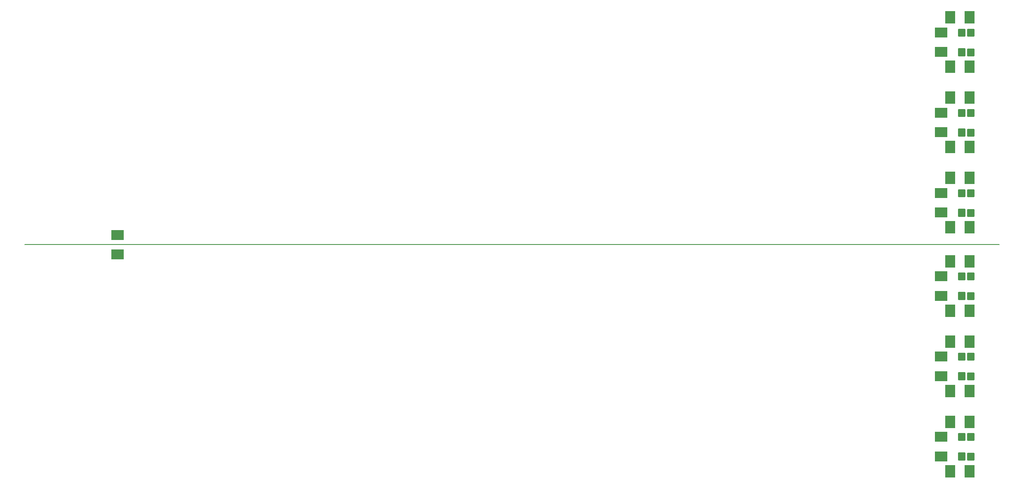
<source format=gbr>
G04 #@! TF.FileFunction,Paste,Bot*
%FSLAX46Y46*%
G04 Gerber Fmt 4.6, Leading zero omitted, Abs format (unit mm)*
G04 Created by KiCad (PCBNEW 4.0.7-e2-6376~58~ubuntu14.04.1) date Mon Sep 18 21:36:43 2017*
%MOMM*%
%LPD*%
G01*
G04 APERTURE LIST*
%ADD10C,0.100000*%
%ADD11C,0.200000*%
%ADD12C,0.381000*%
%ADD13R,1.000000X1.100000*%
%ADD14R,2.000000X2.500000*%
%ADD15R,2.500000X2.000000*%
G04 APERTURE END LIST*
D10*
D11*
X250000000Y-95000000D02*
X50000000Y-95000000D01*
D12*
G36*
X241705000Y-83760000D02*
X241705000Y-84960000D01*
X242805000Y-84960000D01*
X242805000Y-83760000D01*
X241705000Y-83760000D01*
G37*
X241705000Y-83760000D02*
X241705000Y-84960000D01*
X242805000Y-84960000D01*
X242805000Y-83760000D01*
X241705000Y-83760000D01*
G36*
X243605000Y-83760000D02*
X243605000Y-84960000D01*
X244705000Y-84960000D01*
X244705000Y-83760000D01*
X243605000Y-83760000D01*
G37*
X243605000Y-83760000D02*
X243605000Y-84960000D01*
X244705000Y-84960000D01*
X244705000Y-83760000D01*
X243605000Y-83760000D01*
G36*
X243605000Y-87810000D02*
X243605000Y-89010000D01*
X244705000Y-89010000D01*
X244705000Y-87810000D01*
X243605000Y-87810000D01*
G37*
X243605000Y-87810000D02*
X243605000Y-89010000D01*
X244705000Y-89010000D01*
X244705000Y-87810000D01*
X243605000Y-87810000D01*
G36*
X241705000Y-87760000D02*
X241705000Y-89010000D01*
X242805000Y-89010000D01*
X242805000Y-87760000D01*
X241705000Y-87760000D01*
G37*
X241705000Y-87760000D02*
X241705000Y-89010000D01*
X242805000Y-89010000D01*
X242805000Y-87760000D01*
X241705000Y-87760000D01*
G36*
X241705000Y-100905000D02*
X241705000Y-102105000D01*
X242805000Y-102105000D01*
X242805000Y-100905000D01*
X241705000Y-100905000D01*
G37*
X241705000Y-100905000D02*
X241705000Y-102105000D01*
X242805000Y-102105000D01*
X242805000Y-100905000D01*
X241705000Y-100905000D01*
G36*
X243605000Y-100905000D02*
X243605000Y-102105000D01*
X244705000Y-102105000D01*
X244705000Y-100905000D01*
X243605000Y-100905000D01*
G37*
X243605000Y-100905000D02*
X243605000Y-102105000D01*
X244705000Y-102105000D01*
X244705000Y-100905000D01*
X243605000Y-100905000D01*
G36*
X243605000Y-104955000D02*
X243605000Y-106155000D01*
X244705000Y-106155000D01*
X244705000Y-104955000D01*
X243605000Y-104955000D01*
G37*
X243605000Y-104955000D02*
X243605000Y-106155000D01*
X244705000Y-106155000D01*
X244705000Y-104955000D01*
X243605000Y-104955000D01*
G36*
X241705000Y-104905000D02*
X241705000Y-106155000D01*
X242805000Y-106155000D01*
X242805000Y-104905000D01*
X241705000Y-104905000D01*
G37*
X241705000Y-104905000D02*
X241705000Y-106155000D01*
X242805000Y-106155000D01*
X242805000Y-104905000D01*
X241705000Y-104905000D01*
G36*
X241705000Y-117415000D02*
X241705000Y-118615000D01*
X242805000Y-118615000D01*
X242805000Y-117415000D01*
X241705000Y-117415000D01*
G37*
X241705000Y-117415000D02*
X241705000Y-118615000D01*
X242805000Y-118615000D01*
X242805000Y-117415000D01*
X241705000Y-117415000D01*
G36*
X243605000Y-117415000D02*
X243605000Y-118615000D01*
X244705000Y-118615000D01*
X244705000Y-117415000D01*
X243605000Y-117415000D01*
G37*
X243605000Y-117415000D02*
X243605000Y-118615000D01*
X244705000Y-118615000D01*
X244705000Y-117415000D01*
X243605000Y-117415000D01*
G36*
X243605000Y-121465000D02*
X243605000Y-122665000D01*
X244705000Y-122665000D01*
X244705000Y-121465000D01*
X243605000Y-121465000D01*
G37*
X243605000Y-121465000D02*
X243605000Y-122665000D01*
X244705000Y-122665000D01*
X244705000Y-121465000D01*
X243605000Y-121465000D01*
G36*
X241705000Y-121415000D02*
X241705000Y-122665000D01*
X242805000Y-122665000D01*
X242805000Y-121415000D01*
X241705000Y-121415000D01*
G37*
X241705000Y-121415000D02*
X241705000Y-122665000D01*
X242805000Y-122665000D01*
X242805000Y-121415000D01*
X241705000Y-121415000D01*
G36*
X241705000Y-133925000D02*
X241705000Y-135125000D01*
X242805000Y-135125000D01*
X242805000Y-133925000D01*
X241705000Y-133925000D01*
G37*
X241705000Y-133925000D02*
X241705000Y-135125000D01*
X242805000Y-135125000D01*
X242805000Y-133925000D01*
X241705000Y-133925000D01*
G36*
X243605000Y-133925000D02*
X243605000Y-135125000D01*
X244705000Y-135125000D01*
X244705000Y-133925000D01*
X243605000Y-133925000D01*
G37*
X243605000Y-133925000D02*
X243605000Y-135125000D01*
X244705000Y-135125000D01*
X244705000Y-133925000D01*
X243605000Y-133925000D01*
G36*
X243605000Y-137975000D02*
X243605000Y-139175000D01*
X244705000Y-139175000D01*
X244705000Y-137975000D01*
X243605000Y-137975000D01*
G37*
X243605000Y-137975000D02*
X243605000Y-139175000D01*
X244705000Y-139175000D01*
X244705000Y-137975000D01*
X243605000Y-137975000D01*
G36*
X241705000Y-137925000D02*
X241705000Y-139175000D01*
X242805000Y-139175000D01*
X242805000Y-137925000D01*
X241705000Y-137925000D01*
G37*
X241705000Y-137925000D02*
X241705000Y-139175000D01*
X242805000Y-139175000D01*
X242805000Y-137925000D01*
X241705000Y-137925000D01*
G36*
X241705000Y-67250000D02*
X241705000Y-68450000D01*
X242805000Y-68450000D01*
X242805000Y-67250000D01*
X241705000Y-67250000D01*
G37*
X241705000Y-67250000D02*
X241705000Y-68450000D01*
X242805000Y-68450000D01*
X242805000Y-67250000D01*
X241705000Y-67250000D01*
G36*
X243605000Y-67250000D02*
X243605000Y-68450000D01*
X244705000Y-68450000D01*
X244705000Y-67250000D01*
X243605000Y-67250000D01*
G37*
X243605000Y-67250000D02*
X243605000Y-68450000D01*
X244705000Y-68450000D01*
X244705000Y-67250000D01*
X243605000Y-67250000D01*
G36*
X243605000Y-71300000D02*
X243605000Y-72500000D01*
X244705000Y-72500000D01*
X244705000Y-71300000D01*
X243605000Y-71300000D01*
G37*
X243605000Y-71300000D02*
X243605000Y-72500000D01*
X244705000Y-72500000D01*
X244705000Y-71300000D01*
X243605000Y-71300000D01*
G36*
X241705000Y-71250000D02*
X241705000Y-72500000D01*
X242805000Y-72500000D01*
X242805000Y-71250000D01*
X241705000Y-71250000D01*
G37*
X241705000Y-71250000D02*
X241705000Y-72500000D01*
X242805000Y-72500000D01*
X242805000Y-71250000D01*
X241705000Y-71250000D01*
G36*
X241705000Y-50740000D02*
X241705000Y-51940000D01*
X242805000Y-51940000D01*
X242805000Y-50740000D01*
X241705000Y-50740000D01*
G37*
X241705000Y-50740000D02*
X241705000Y-51940000D01*
X242805000Y-51940000D01*
X242805000Y-50740000D01*
X241705000Y-50740000D01*
G36*
X243605000Y-50740000D02*
X243605000Y-51940000D01*
X244705000Y-51940000D01*
X244705000Y-50740000D01*
X243605000Y-50740000D01*
G37*
X243605000Y-50740000D02*
X243605000Y-51940000D01*
X244705000Y-51940000D01*
X244705000Y-50740000D01*
X243605000Y-50740000D01*
G36*
X243605000Y-54790000D02*
X243605000Y-55990000D01*
X244705000Y-55990000D01*
X244705000Y-54790000D01*
X243605000Y-54790000D01*
G37*
X243605000Y-54790000D02*
X243605000Y-55990000D01*
X244705000Y-55990000D01*
X244705000Y-54790000D01*
X243605000Y-54790000D01*
G36*
X241705000Y-54740000D02*
X241705000Y-55990000D01*
X242805000Y-55990000D01*
X242805000Y-54740000D01*
X241705000Y-54740000D01*
G37*
X241705000Y-54740000D02*
X241705000Y-55990000D01*
X242805000Y-55990000D01*
X242805000Y-54740000D01*
X241705000Y-54740000D01*
D13*
X242265000Y-84350000D03*
X244175000Y-84350000D03*
X242265000Y-88400000D03*
X244175000Y-88400000D03*
X242265000Y-101495000D03*
X244175000Y-101495000D03*
X242265000Y-105545000D03*
X244175000Y-105545000D03*
X242265000Y-118005000D03*
X244175000Y-118005000D03*
X242265000Y-122055000D03*
X244175000Y-122055000D03*
X242265000Y-134515000D03*
X244175000Y-134515000D03*
X242265000Y-138565000D03*
X244175000Y-138565000D03*
X242265000Y-67840000D03*
X244175000Y-67840000D03*
X242265000Y-71890000D03*
X244175000Y-71890000D03*
X242265000Y-51330000D03*
X244175000Y-51330000D03*
X242265000Y-55380000D03*
X244175000Y-55380000D03*
D14*
X239935000Y-48260000D03*
X243935000Y-48260000D03*
D15*
X238125000Y-51340000D03*
X238125000Y-55340000D03*
D14*
X239935000Y-58420000D03*
X243935000Y-58420000D03*
X239935000Y-64770000D03*
X243935000Y-64770000D03*
D15*
X238125000Y-67850000D03*
X238125000Y-71850000D03*
D14*
X239935000Y-74930000D03*
X243935000Y-74930000D03*
X239935000Y-81280000D03*
X243935000Y-81280000D03*
D15*
X238125000Y-84360000D03*
X238125000Y-88360000D03*
D14*
X239935000Y-91440000D03*
X243935000Y-91440000D03*
X239935000Y-98425000D03*
X243935000Y-98425000D03*
D15*
X238125000Y-101505000D03*
X238125000Y-105505000D03*
D14*
X239935000Y-108585000D03*
X243935000Y-108585000D03*
X239935000Y-114935000D03*
X243935000Y-114935000D03*
D15*
X238125000Y-118015000D03*
X238125000Y-122015000D03*
D14*
X239935000Y-125095000D03*
X243935000Y-125095000D03*
X239935000Y-131445000D03*
X243935000Y-131445000D03*
D15*
X238125000Y-134525000D03*
X238125000Y-138525000D03*
D14*
X239935000Y-141605000D03*
X243935000Y-141605000D03*
D15*
X69000000Y-97000000D03*
X69000000Y-93000000D03*
M02*

</source>
